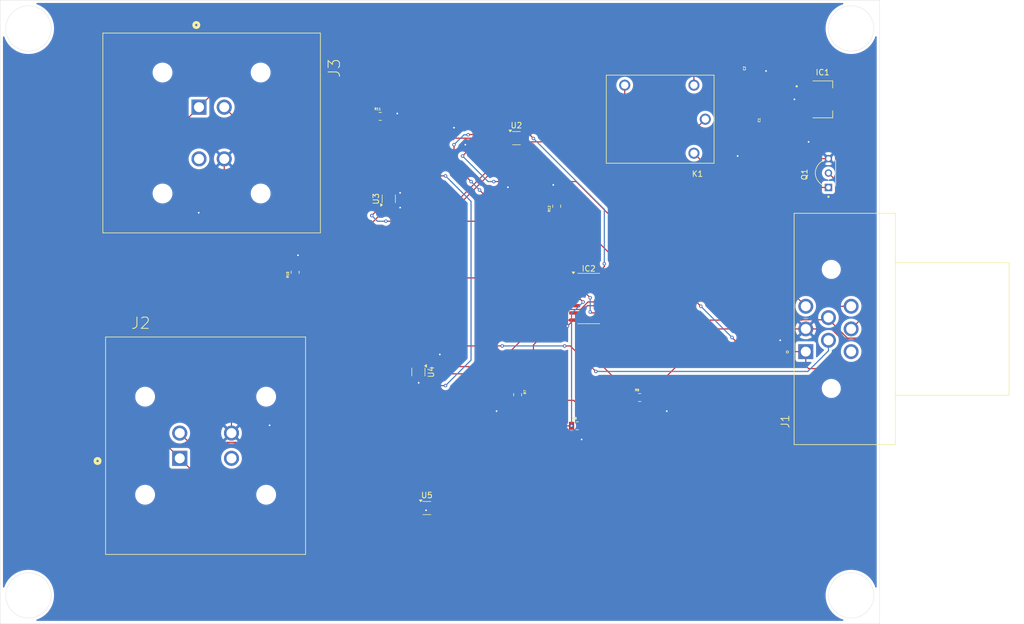
<source format=kicad_pcb>
(kicad_pcb (version 20241229) (generator "pcbnew") (generator_version "9.0")
  (layers (0 "F.Cu" signal) (2 "B.Cu" signal) (13 "F.Paste" user) (15 "B.Paste" user) (5 "F.SilkS" user "F.Silkscreen") (7 "B.SilkS" user "B.Silkscreen") (1 "F.Mask" user) (3 "B.Mask" user) (25 "Edge.Cuts" user))
  (net 0 "")
  (net 1 "+5V")
  (net 2 "Net-(U2--)")
  (net 3 "Net-(IC2-Pad1)")
  (net 4 "Net-(IC2-Pad2)")
  (net 5 "+12V")
  (net 6 "Net-(IC2-Pad5)")
  (net 7 "GND")
  (net 8 "Net-(U4-+)")
  (net 9 "Net-(IC2-Pad4)")
  (net 10 "Net-(IC2-Pad3)")
  (net 13 "Net-(IC2-Pad10)")
  (net 14 "Net-(IC2-Pad8)")
  (net 16 "Net-(J1-Pad8)")
  (net 17 "Net-(J1-Pad7)")
  (net 21 "Net-(K1-PadCOIL1)")
  (footprint "CRCW08051K00FKEA:RESC2012X50N" (layer "F.Cu") (at 128.7175 102.0965 -90)
    (property "Reference" "R7" (at -0.46 -1.3 90) (layer "F.SilkS") (effects (font (size 0.393701 0.393701))))
    (property "Value" "CRCW08051K00FKEA")
    (fp_line (start -0.22 0.7) (end 0.22 0.7) (stroke (width 0.127)) (layer "F.SilkS"))
    (fp_line (start -0.22 -0.7) (end 0.22 -0.7) (stroke (width 0.127)) (layer "F.SilkS"))
    (pad "1" smd rect (at -1 0 270) (size 0.92 1.42) (layers "F.Cu" "F.Mask" "F.Paste") (net 6 "Net-(IC2-Pad5)"))
    (pad "2" smd rect (at 1 0 270) (size 0.92 1.42) (layers "F.Cu" "F.Mask" "F.Paste") (net 7 "GND"))
  )
  (footprint "CL21A106KOQNNNE:CAPC2012X140N" (layer "F.Cu") (at 170 44.105 90)
    (property "Reference" "C2" (at -0.44 -1.3 90) (layer "F.SilkS") (effects (font (size 0.393701 0.393701))))
    (property "Value" "CL21A106KOQNNNE")
    (pad "1" smd roundrect (at -0.895 0 90) (size 1.08 1.42) (layers "F.Cu" "F.Mask" "F.Paste") (roundrect_rratio 0.125) (net 1 "+5V"))
    (pad "2" smd roundrect (at 0.895 0 90) (size 1.08 1.42) (layers "F.Cu" "F.Mask" "F.Paste") (roundrect_rratio 0.125) (net 7 "GND"))
  )
  (footprint "Package_TO_SOT_SMD:SOT-353_SC-70-5" (layer "F.Cu") (at 128.5 56.85)
    (property "Reference" "U2" (at 0 -2.25 0) (layer "F.SilkS"))
    (property "Value" "TS881ICT")
    (fp_line (start -0.71 -1.16) (end 0.7 -1.16) (stroke (width 0.12)) (layer "F.SilkS"))
    (fp_line (start -0.7 1.16) (end 0.7 1.16) (stroke (width 0.12)) (layer "F.SilkS"))
    (fp_poly (pts (xy -1.08 -1.11) (xy -1.32 -1.44) (xy -0.84 -1.44) (xy -1.08 -1.11)) (stroke (width 0.12)) (fill yes) (layer "F.SilkS"))
    (pad "1" smd roundrect (at -0.95 -0.65) (size 0.65 0.4) (layers "F.Cu" "F.Mask" "F.Paste") (net 3 "Net-(IC2-Pad1)"))
    (pad "2" smd roundrect (at -0.95 0) (size 0.65 0.4) (layers "F.Cu" "F.Mask" "F.Paste") (net 7 "GND"))
    (pad "3" smd roundrect (at -0.95 0.65) (size 0.65 0.4) (layers "F.Cu" "F.Mask" "F.Paste") (net 5 "+12V"))
    (pad "4" smd roundrect (at 0.95 0.65) (size 0.65 0.4) (layers "F.Cu" "F.Mask" "F.Paste") (net 2 "Net-(U2--)"))
    (pad "5" smd roundrect (at 0.95 -0.65) (size 0.65 0.4) (layers "F.Cu" "F.Mask" "F.Paste") (net 1 "+5V"))
  )
  (footprint "DT15-4P:TE_DT15-4P" (layer "F.Cu") (at 73.7175 111.0965)
    (property "Reference" "J2" (at -11.44235 -21.61327 0) (layer "F.SilkS") (effects (font (size 2.002157 2.002157))))
    (property "Value" "4pin brake")
    (fp_line (start -17.625 -19.175) (end -17.625 19.175) (stroke (width 0.127)) (layer "F.SilkS"))
    (fp_line (start -17.625 19.175) (end 17.625 19.175) (stroke (width 0.127)) (layer "F.SilkS"))
    (fp_line (start 17.625 -19.175) (end -17.625 -19.175) (stroke (width 0.127)) (layer "F.SilkS"))
    (fp_line (start 17.625 19.175) (end 17.625 -19.175) (stroke (width 0.127)) (layer "F.SilkS"))
    (fp_circle (center -19.05 2.7) (end -18.85 2.7) (stroke (width 0.5)) (fill no) (layer "F.SilkS"))
    (pad "" np_thru_hole circle (at -10.67 -8.645) (size 2.99 2.99) (drill 2.99) (layers "*.Cu" "*.Mask"))
    (pad "" np_thru_hole circle (at -10.67 8.655) (size 2.99 2.99) (drill 2.99) (layers "*.Cu" "*.Mask"))
    (pad "" np_thru_hole circle (at 10.67 -8.645) (size 2.99 2.99) (drill 2.99) (layers "*.Cu" "*.Mask"))
    (pad "" np_thru_hole circle (at 10.67 8.655) (size 2.99 2.99) (drill 2.99) (layers "*.Cu" "*.Mask"))
    (pad "1" thru_hole rect (at -4.56 2.225) (size 2.655 2.655) (drill 1.77) (layers "*.Cu" "*.Mask") (net 5 "+12V"))
    (pad "2" thru_hole circle (at -4.56 -2.225) (size 2.655 2.655) (drill 1.77) (layers "*.Cu" "*.Mask") (net 8 "Net-(U4-+)"))
    (pad "3" thru_hole circle (at 4.56 -2.225) (size 2.655 2.655) (drill 1.77) (layers "*.Cu" "*.Mask") (net 7 "GND"))
    (pad "4" thru_hole circle (at 4.56 2.225) (size 2.655 2.655) (drill 1.77) (layers "*.Cu" "*.Mask"))
  )
  (footprint "CRCW08051K00FKEA:RESC2012X50N" (layer "F.Cu") (at 139.2175 107.5965)
    (property "Reference" "R8" (at -0.46 -1.3 0) (layer "F.SilkS") (effects (font (size 0.393701 0.393701))))
    (property "Value" "CRCW08051K00FKEA")
    (fp_line (start -0.22 -0.7) (end 0.22 -0.7) (stroke (width 0.127)) (layer "F.SilkS"))
    (fp_line (start -0.22 0.7) (end 0.22 0.7) (stroke (width 0.127)) (layer "F.SilkS"))
    (pad "1" smd rect (at -1 0) (size 0.92 1.42) (layers "F.Cu" "F.Mask" "F.Paste") (net 9 "Net-(IC2-Pad4)"))
    (pad "2" smd rect (at 1 0) (size 0.92 1.42) (layers "F.Cu" "F.Mask" "F.Paste") (net 7 "GND"))
  )
  (footprint "2N2222A:TO92254P470H750-3" (layer "F.Cu") (at 181.17 63 90)
    (property "Reference" "Q1" (at -0.264 -1.887 90) (layer "F.SilkS"))
    (property "Value" "2N2222A")
    (fp_line (start -2.3 3.6) (end 2.3 3.6) (stroke (width 0.127)) (layer "F.SilkS"))
    (fp_arc (start 0 0) (mid 1.287564 0.405256) (end 2.2 1.4) (stroke (width 0.127)) (layer "F.SilkS"))
    (fp_arc (start -2.2 1.4) (mid -1.287564 0.405256) (end 0 0) (stroke (width 0.127)) (layer "F.SilkS"))
    (fp_circle (center -4.189 2.33) (end -4.089 2.33) (stroke (width 0.2)) (fill no) (layer "F.SilkS"))
    (pad "1" thru_hole rect (at -2.54 2.33 90) (size 1.298 1.298) (drill 0.79) (layers "*.Cu" "*.Mask") (net 21 "Net-(K1-PadCOIL1)"))
    (pad "2" thru_hole circle (at 0 2.33 90) (size 1.298 1.298) (drill 0.79) (layers "*.Cu" "*.Mask") (net 14 "Net-(IC2-Pad8)"))
    (pad "3" thru_hole circle (at 2.54 2.33 90) (size 1.298 1.298) (drill 0.79) (layers "*.Cu" "*.Mask") (net 7 "GND"))
  )
  (footprint "CRCW08051K00FKEA:RESC2012X50N" (layer "F.Cu") (at 135.6 68.85 90)
    (property "Reference" "R12" (at -0.46 -1.3 90) (layer "F.SilkS") (effects (font (size 0.393701 0.393701))))
    (property "Value" "CRCW08051K00FKEA")
    (fp_line (start -0.22 -0.7) (end 0.22 -0.7) (stroke (width 0.127)) (layer "F.SilkS"))
    (fp_line (start -0.22 0.7) (end 0.22 0.7) (stroke (width 0.127)) (layer "F.SilkS"))
    (pad "1" smd rect (at -1 0 90) (size 0.92 1.42) (layers "F.Cu" "F.Mask" "F.Paste") (net 3 "Net-(IC2-Pad1)"))
    (pad "2" smd rect (at 1 0 90) (size 0.92 1.42) (layers "F.Cu" "F.Mask" "F.Paste") (net 7 "GND"))
  )
  (footprint "Package_TO_SOT_SMD:SOT-353_SC-70-5" (layer "F.Cu") (at 106 67.55 90)
    (property "Reference" "U3" (at 0 -2.25 90) (layer "F.SilkS"))
    (property "Value" "TS881ICT")
    (fp_line (start -0.71 -1.16) (end 0.7 -1.16) (stroke (width 0.12)) (layer "F.SilkS"))
    (fp_line (start -0.7 1.16) (end 0.7 1.16) (stroke (width 0.12)) (layer "F.SilkS"))
    (fp_poly (pts (xy -1.08 -1.11) (xy -1.32 -1.44) (xy -0.84 -1.44) (xy -1.08 -1.11)) (stroke (width 0.12)) (fill yes) (layer "F.SilkS"))
    (pad "1" smd roundrect (at -0.95 -0.65 90) (size 0.65 0.4) (layers "F.Cu" "F.Mask" "F.Paste") (net 4 "Net-(IC2-Pad2)"))
    (pad "2" smd roundrect (at -0.95 0 90) (size 0.65 0.4) (layers "F.Cu" "F.Mask" "F.Paste") (net 7 "GND"))
    (pad "3" smd roundrect (at -0.95 0.65 90) (size 0.65 0.4) (layers "F.Cu" "F.Mask" "F.Paste") (net 2 "Net-(U2--)"))
    (pad "4" smd roundrect (at 0.95 0.65 90) (size 0.65 0.4) (layers "F.Cu" "F.Mask" "F.Paste") (net 7 "GND"))
    (pad "5" smd roundrect (at 0.95 -0.65 90) (size 0.65 0.4) (layers "F.Cu" "F.Mask" "F.Paste") (net 1 "+5V"))
  )
  (footprint "J107F1AS123VDC.36:RELAY_J107F1AS123VDC.36" (layer "F.Cu") (at 153.84 53.5 180)
    (property "Reference" "K1" (at -6.575 -9.65 0) (layer "F.SilkS"))
    (property "Value" "J107F1AS123VDC.36")
    (fp_line (start 9.5 7.765) (end 9.5 -7.765) (stroke (width 0.127)) (layer "F.SilkS"))
    (fp_line (start 9.5 -7.765) (end -9.5 -7.765) (stroke (width 0.127)) (layer "F.SilkS"))
    (fp_line (start -9.5 7.765) (end 9.5 7.765) (stroke (width 0.127)) (layer "F.SilkS"))
    (fp_line (start -9.5 -7.765) (end -9.5 7.765) (stroke (width 0.127)) (layer "F.SilkS"))
    (pad "COIL1" thru_hole circle (at -5.95 -6 180) (size 1.95 1.95) (drill 1.3) (layers "*.Cu" "*.Mask") (net 21 "Net-(K1-PadCOIL1)"))
    (pad "COIL2" thru_hole circle (at -5.95 6 180) (size 1.95 1.95) (drill 1.3) (layers "*.Cu" "*.Mask") (net 1 "+5V"))
    (pad "COM" thru_hole circle (at -7.95 0 180) (size 1.95 1.95) (drill 1.3) (layers "*.Cu" "*.Mask") (net 17 "Net-(J1-Pad7)"))
    (pad "NO" thru_hole circle (at 6.25 6 180) (size 1.95 1.95) (drill 1.3) (layers "*.Cu" "*.Mask") (net 16 "Net-(J1-Pad8)"))
  )
  (footprint "DT15-4P:TE_DT15-4P" (layer "F.Cu") (at 74.775 55.94 -90)
    (property "Reference" "J3" (at -11.44235 -21.61327 90) (layer "F.SilkS") (effects (font (size 2.002157 2.002157))))
    (property "Value" "4pin throttle")
    (fp_line (start -17.625 19.175) (end 17.625 19.175) (stroke (width 0.127)) (layer "F.SilkS"))
    (fp_line (start 17.625 19.175) (end 17.625 -19.175) (stroke (width 0.127)) (layer "F.SilkS"))
    (fp_line (start -17.625 -19.175) (end -17.625 19.175) (stroke (width 0.127)) (layer "F.SilkS"))
    (fp_line (start 17.625 -19.175) (end -17.625 -19.175) (stroke (width 0.127)) (layer "F.SilkS"))
    (fp_circle (center -19.05 2.7) (end -18.85 2.7) (stroke (width 0.5)) (fill no) (layer "F.SilkS"))
    (pad "" np_thru_hole circle (at -10.67 -8.645 270) (size 2.99 2.99) (drill 2.99) (layers "*.Cu" "*.Mask"))
    (pad "" np_thru_hole circle (at -10.67 8.655 270) (size 2.99 2.99) (drill 2.99) (layers "*.Cu" "*.Mask"))
    (pad "" np_thru_hole circle (at 10.67 -8.645 270) (size 2.99 2.99) (drill 2.99) (layers "*.Cu" "*.Mask"))
    (pad "" np_thru_hole circle (at 10.67 8.655 270) (size 2.99 2.99) (drill 2.99) (layers "*.Cu" "*.Mask"))
    (pad "1" thru_hole rect (at -4.56 2.225 270) (size 2.655 2.655) (drill 1.77) (layers "*.Cu" "*.Mask") (net 5 "+12V"))
    (pad "2" thru_hole circle (at -4.56 -2.225 270) (size 2.655 2.655) (drill 1.77) (layers "*.Cu" "*.Mask") (net 2 "Net-(U2--)"))
    (pad "3" thru_hole circle (at 4.56 -2.225 270) (size 2.655 2.655) (drill 1.77) (layers "*.Cu" "*.Mask") (net 7 "GND"))
    (pad "4" thru_hole circle (at 4.56 2.225 270) (size 2.655 2.655) (drill 1.77) (layers "*.Cu" "*.Mask"))
  )
  (footprint "Package_SO:SOIC-14_3.9x8.7mm_P1.27mm" (layer "F.Cu") (at 141.2425 85.1365)
    (property "Reference" "IC2" (at 0 -5.28 0) (layer "F.SilkS"))
    (property "Value" "HEF4081BT,653")
    (fp_line (start 0 -4.435) (end -1.95 -4.435) (stroke (width 0.12)) (layer "F.SilkS"))
    (fp_line (start 0 -4.435) (end 1.95 -4.435) (stroke (width 0.12)) (layer "F.SilkS"))
    (fp_line (start 0 4.435) (end -1.95 4.435) (stroke (width 0.12)) (layer "F.SilkS"))
    (fp_line (start 0 4.435) (end 1.95 4.435) (stroke (width 0.12)) (layer "F.SilkS"))
    (fp_poly (pts (xy -2.7 -4.37) (xy -2.94 -4.7) (xy -2.46 -4.7)) (stroke (width 0.12)) (fill yes) (layer "F.SilkS"))
    (pad "1" smd roundrect (at -2.475 -3.81) (size 1.95 0.6) (layers "F.Cu" "F.Mask" "F.Paste") (net 3 "Net-(IC2-Pad1)"))
    (pad "2" smd roundrect (at -2.475 -2.54) (size 1.95 0.6) (layers "F.Cu" "F.Mask" "F.Paste") (net 4 "Net-(IC2-Pad2)"))
    (pad "3" smd roundrect (at -2.475 -1.27) (size 1.95 0.6) (layers "F.Cu" "F.Mask" "F.Paste") (net 10 "Net-(IC2-Pad3)"))
    (pad "4" smd roundrect (at -2.475 0) (size 1.95 0.6) (layers "F.Cu" "F.Mask" "F.Paste") (net 9 "Net-(IC2-Pad4)"))
    (pad "5" smd roundrect (at -2.475 1.27) (size 1.95 0.6) (layers "F.Cu" "F.Mask" "F.Paste") (net 6 "Net-(IC2-Pad5)"))
    (pad "6" smd roundrect (at -2.475 2.54) (size 1.95 0.6) (layers "F.Cu" "F.Mask" "F.Paste") (net 13 "Net-(IC2-Pad10)"))
    (pad "7" smd roundrect (at -2.475 3.81) (size 1.95 0.6) (layers "F.Cu" "F.Mask" "F.Paste") (net 7 "GND"))
    (pad "8" smd roundrect (at 2.475 3.81) (size 1.95 0.6) (layers "F.Cu" "F.Mask" "F.Paste") (net 14 "Net-(IC2-Pad8)"))
    (pad "9" smd roundrect (at 2.475 2.54) (size 1.95 0.6) (layers "F.Cu" "F.Mask" "F.Paste") (net 10 "Net-(IC2-Pad3)"))
    (pad "10" smd roundrect (at 2.475 1.27) (size 1.95 0.6) (layers "F.Cu" "F.Mask" "F.Paste") (net 13 "Net-(IC2-Pad10)"))
    (pad "11" smd roundrect (at 2.475 0) (size 1.95 0.6) (layers "F.Cu" "F.Mask" "F.Paste"))
    (pad "12" smd roundrect (at 2.475 -1.27) (size 1.95 0.6) (layers "F.Cu" "F.Mask" "F.Paste"))
    (pad "13" smd roundrect (at 2.475 -2.54) (size 1.95 0.6) (layers "F.Cu" "F.Mask" "F.Paste"))
    (pad "14" smd roundrect (at 2.475 -3.81) (size 1.95 0.6) (layers "F.Cu" "F.Mask" "F.Paste") (net 1 "+5V"))
  )
  (footprint "Package_TO_SOT_SMD:SOT-353_SC-70-5" (layer "F.Cu") (at 112.7175 122.0965)
    (property "Reference" "U5" (at 0 -2.25 0) (layer "F.SilkS"))
    (property "Value" "TS881ICT")
    (fp_line (start -0.71 -1.16) (end 0.7 -1.16) (stroke (width 0.12)) (layer "F.SilkS"))
    (fp_line (start -0.7 1.16) (end 0.7 1.16) (stroke (width 0.12)) (layer "F.SilkS"))
    (fp_poly (pts (xy -1.08 -1.11) (xy -1.32 -1.44) (xy -0.84 -1.44) (xy -1.08 -1.11)) (stroke (width 0.12)) (fill yes) (layer "F.SilkS"))
    (pad "1" smd roundrect (at -0.95 -0.65) (size 0.65 0.4) (layers "F.Cu" "F.Mask" "F.Paste") (net 9 "Net-(IC2-Pad4)"))
    (pad "2" smd roundrect (at -0.95 0) (size 0.65 0.4) (layers "F.Cu" "F.Mask" "F.Paste") (net 7 "GND"))
    (pad "3" smd roundrect (at -0.95 0.65) (size 0.65 0.4) (layers "F.Cu" "F.Mask" "F.Paste") (net 8 "Net-(U4-+)"))
    (pad "4" smd roundrect (at 0.95 0.65) (size 0.65 0.4) (layers "F.Cu" "F.Mask" "F.Paste") (net 5 "+12V"))
    (pad "5" smd roundrect (at 0.95 -0.65) (size 0.65 0.4) (layers "F.Cu" "F.Mask" "F.Paste") (net 1 "+5V"))
  )
  (footprint "Package_TO_SOT_SMD:SOT-353_SC-70-5" (layer "F.Cu") (at 111.2175 98.0965 -90)
    (property "Reference" "U4" (at 0 -2.25 90) (layer "F.SilkS"))
    (property "Value" "TS881ICT")
    (fp_line (start -0.7 1.16) (end 0.7 1.16) (stroke (width 0.12)) (layer "F.SilkS"))
    (fp_line (start -0.71 -1.16) (end 0.7 -1.16) (stroke (width 0.12)) (layer "F.SilkS"))
    (fp_poly (pts (xy -1.08 -1.11) (xy -1.32 -1.44) (xy -0.84 -1.44) (xy -1.08 -1.11)) (stroke (width 0.12)) (fill yes) (layer "F.SilkS"))
    (pad "1" smd roundrect (at -0.95 -0.65 270) (size 0.65 0.4) (layers "F.Cu" "F.Mask" "F.Paste") (net 6 "Net-(IC2-Pad5)"))
    (pad "2" smd roundrect (at -0.95 0 270) (size 0.65 0.4) (layers "F.Cu" "F.Mask" "F.Paste") (net 7 "GND"))
    (pad "3" smd roundrect (at -0.95 0.65 270) (size 0.65 0.4) (layers "F.Cu" "F.Mask" "F.Paste") (net 8 "Net-(U4-+)"))
    (pad "4" smd roundrect (at 0.95 0.65 270) (size 0.65 0.4) (layers "F.Cu" "F.Mask" "F.Paste") (net 7 "GND"))
    (pad "5" smd roundrect (at 0.95 -0.65 270) (size 0.65 0.4) (layers "F.Cu" "F.Mask" "F.Paste") (net 1 "+5V"))
  )
  (footprint "REG1117-5:SOT230P700X180-4N" (layer "F.Cu") (at 182.5 50)
    (property "Reference" "IC1" (at -0.025 -4.754 0) (layer "F.SilkS"))
    (property "Value" "REG1117-5")
    (fp_line (start -1.75 -3.25) (end 1.75 -3.25) (stroke (width 0.127)) (layer "F.SilkS"))
    (fp_line (start -1.75 3.25) (end 1.75 3.25) (stroke (width 0.127)) (layer "F.SilkS"))
    (fp_line (start 1.75 -3.25) (end 1.75 -2.01) (stroke (width 0.127)) (layer "F.SilkS"))
    (fp_line (start 1.75 3.25) (end 1.75 2.01) (stroke (width 0.127)) (layer "F.SilkS"))
    (fp_circle (center -4.6 -2.3) (end -4.5 -2.3) (stroke (width 0.2)) (fill no) (layer "F.SilkS"))
    (pad "1" smd rect (at -2.9 -2.3) (size 2.15 0.95) (layers "F.Cu" "F.Mask" "F.Paste") (net 7 "GND"))
    (pad "2" smd rect (at -2.9 0) (size 2.15 0.95) (layers "F.Cu" "F.Mask" "F.Paste") (net 1 "+5V"))
    (pad "2" smd rect (at 2.9 0) (size 2.15 3.25) (layers "F.Cu" "F.Mask" "F.Paste") (net 1 "+5V"))
    (pad "3" smd rect (at -2.9 2.3) (size 2.15 0.95) (layers "F.Cu" "F.Mask" "F.Paste") (net 5 "+12V"))
  )
  (footprint "CRCW08051K00FKEA:RESC2012X50N" (layer "F.Cu") (at 104.5 53)
    (property "Reference" "R11" (at -0.46 -1.3 0) (layer "F.SilkS") (effects (font (size 0.393701 0.393701))))
    (property "Value" "CRCW08051K00FKEA")
    (fp_line (start -0.22 -0.7) (end 0.22 -0.7) (stroke (width 0.127)) (layer "F.SilkS"))
    (fp_line (start -0.22 0.7) (end 0.22 0.7) (stroke (width 0.127)) (layer "F.SilkS"))
    (pad "1" smd rect (at -1 0) (size 0.92 1.42) (layers "F.Cu" "F.Mask" "F.Paste") (net 4 "Net-(IC2-Pad2)"))
    (pad "2" smd rect (at 1 0) (size 0.92 1.42) (layers "F.Cu" "F.Mask" "F.Paste") (net 7 "GND"))
  )
  (footprint "CRCW08051K00FKEA:RESC2012X50N" (layer "F.Cu") (at 89.5 80.5 90)
    (property "Reference" "R10" (at -0.46 -1.3 90) (layer "F.SilkS") (effects (font (size 0.393701 0.393701))))
    (property "Value" "CRCW08051K00FKEA")
    (fp_line (start -0.22 -0.7) (end 0.22 -0.7) (stroke (width 0.127)) (layer "F.SilkS"))
    (fp_line (start -0.22 0.7) (end 0.22 0.7) (stroke (width 0.127)) (layer "F.SilkS"))
    (pad "1" smd rect (at -1 0 90) (size 0.92 1.42) (layers "F.Cu" "F.Mask" "F.Paste") (net 10 "Net-(IC2-Pad3)"))
    (pad "2" smd rect (at 1 0 90) (size 0.92 1.42) (layers "F.Cu" "F.Mask" "F.Paste") (net 7 "GND"))
  )
  (footprint "776280-1:TE_776280-1" (layer "F.Cu") (at 183.5 90.5 90)
    (property "Reference" "J1" (at -16.330125 -7.631985 90) (layer "F.SilkS") (effects (font (size 1.417504 1.417504))))
    (property "Value" "776280-1")
    (fp_line (start 20.4 -6.05) (end -20.4 -6.05) (stroke (width 0.127)) (layer "F.SilkS"))
    (fp_line (start -20.4 -6.05) (end -20.4 11.8) (stroke (width 0.127)) (layer "F.SilkS"))
    (fp_line (start 20.4 11.8) (end 20.4 -6.05) (stroke (width 0.127)) (layer "F.SilkS"))
    (fp_line (start 11.7 11.8) (end 20.4 11.8) (stroke (width 0.127)) (layer "F.SilkS"))
    (fp_line (start -11.7 11.8) (end 11.7 11.8) (stroke (width 0.127)) (layer "F.SilkS"))
    (fp_line (start -11.7 11.8) (end -11.7 31.85) (stroke (width 0.127)) (layer "F.SilkS"))
    (fp_line (start -20.4 11.8) (end -11.7 11.8) (stroke (width 0.127)) (layer "F.SilkS"))
    (fp_line (start 11.7 31.85) (end 11.7 11.8) (stroke (width 0.127)) (layer "F.SilkS"))
    (fp_line (start -11.7 31.85) (end 11.7 31.85) (stroke (width 0.127)) (layer "F.SilkS"))
    (fp_circle (center -4.064 -7.239) (end -3.864 -7.239) (stroke (width 0.127)) (fill no) (layer "F.SilkS"))
    (pad "" np_thru_hole circle (at -10.5 0.5 90) (size 2.85 2.85) (drill 2.85) (layers "*.Cu" "*.Mask"))
    (pad "" np_thru_hole circle (at 10.5 0.5 90) (size 2.85 2.85) (drill 2.85) (layers "*.Cu" "*.Mask"))
    (pad "1" thru_hole rect (at -4 -4 90) (size 2.625 2.625) (drill 1.75) (layers "*.Cu" "*.Mask") (net 5 "+12V"))
    (pad "2" thru_hole circle (at 0 -4 90) (size 2.625 2.625) (drill 1.75) (layers "*.Cu" "*.Mask") (net 7 "GND"))
    (pad "3" thru_hole circle (at 4 -4 90) (size 2.625 2.625) (drill 1.75) (layers "*.Cu" "*.Mask") (net 2 "Net-(U2--)"))
    (pad "4" thru_hole circle (at -2 0 90) (size 2.625 2.625) (drill 1.75) (layers "*.Cu" "*.Mask") (net 8 "Net-(U4-+)"))
    (pad "5" thru_hole circle (at 2 0 90) (size 2.625 2.625) (drill 1.75) (layers "*.Cu" "*.Mask") (net 14 "Net-(IC2-Pad8)"))
    (pad "6" thru_hole circle (at -4 4 90) (size 2.625 2.625) (drill 1.75) (layers "*.Cu" "*.Mask"))
    (pad "7" thru_hole circle (at 0 4 90) (size 2.625 2.625) (drill 1.75) (layers "*.Cu" "*.Mask") (net 17 "Net-(J1-Pad7)"))
    (pad "8" thru_hole circle (at 4 4 90) (size 2.625 2.625) (drill 1.75) (layers "*.Cu" "*.Mask") (net 16 "Net-(J1-Pad8)"))
  )
  (footprint "CL21A106KOQNNNE:CAPC2012X140N" (layer "F.Cu") (at 170 54.1 -90)
    (property "Reference" "C1" (at -0.44 -1.3 90) (layer "F.SilkS") (effects (font (size 0.393701 0.393701))))
    (property "Value" "CL21A106KOQNNNE")
    (pad "1" smd roundrect (at -0.895 0 270) (size 1.08 1.42) (layers "F.Cu" "F.Mask" "F.Paste") (roundrect_rratio 0.125) (net 5 "+12V"))
    (pad "2" smd roundrect (at 0.895 0 270) (size 1.08 1.42) (layers "F.Cu" "F.Mask" "F.Paste") (roundrect_rratio 0.125) (net 7 "GND"))
  )
  (footprint "CRCW08051K00FKEA:RESC2012X50N" (layer "F.Cu") (at 150.2175 102.5965)
    (property "Reference" "R9" (at -0.46 -1.3 0) (layer "F.SilkS") (effects (font (size 0.393701 0.393701))))
    (property "Value" "CRCW08051K00FKEA")
    (fp_line (start -0.22 -0.7) (end 0.22 -0.7) (stroke (width 0.127)) (layer "F.SilkS"))
    (fp_line (start -0.22 0.7) (end 0.22 0.7) (stroke (width 0.127)) (layer "F.SilkS"))
    (pad "1" smd rect (at -1 0) (size 0.92 1.42) (layers "F.Cu" "F.Mask" "F.Paste") (net 13 "Net-(IC2-Pad10)"))
    (pad "2" smd rect (at 1 0) (size 0.92 1.42) (layers "F.Cu" "F.Mask" "F.Paste") (net 7 "GND"))
  )
  (gr_circle (center 187.5 137.5) (end 191.5 137.5) (stroke (width 0.05)) (fill no) (layer "Edge.Cuts"))
  (gr_line (start 192.5 32.5) (end 192.5 142.5) (stroke (width 0.05)) (layer "Edge.Cuts"))
  (gr_circle (center 187.5 37.5) (end 191.5 37.5) (stroke (width 0.05)) (fill no) (layer "Edge.Cuts"))
  (gr_circle (center 42.5 37.5) (end 46.5 37.5) (stroke (width 0.05)) (fill no) (layer "Edge.Cuts"))
  (gr_line (start 37.5 142.5) (end 117.5 142.5) (stroke (width 0.05)) (layer "Edge.Cuts"))
  (gr_line (start 37.5 32.5) (end 37.5 142.5) (stroke (width 0.05)) (layer "Edge.Cuts"))
  (gr_line (start 117.5 142.5) (end 192.5 142.5) (stroke (width 0.05)) (layer "Edge.Cuts"))
  (gr_line (start 192.5 32.5) (end 37.5 32.5) (stroke (width 0.05)) (layer "Edge.Cuts"))
  (gr_circle (center 42.5 137.5) (end 46.5 137.5) (stroke (width 0.05)) (fill no) (layer "Edge.Cuts"))
  (segment (start 170 45) (end 168.989 43.989) (width 0.2) (layer "F.Cu") (net 1))
  (segment (start 159.79 47.5) (end 159.79 45.29) (width 0.2) (layer "F.Cu") (net 1))
  (segment (start 111.8675 99.0465) (end 113.321 100.5) (width 0.2) (layer "F.Cu") (net 1))
  (segment (start 160.08 45) (end 159.79 45.29) (width 0.2) (layer "F.Cu") (net 1))
  (segment (start 176.421 42.369) (end 180.976 46.924) (width 0.2) (layer "F.Cu") (net 1))
  (segment (start 169.24066 42.369) (end 176.421 42.369) (width 0.2) (layer "F.Cu") (net 1))
  (segment (start 157 42.5) (end 139.5 42.5) (width 0.2) (layer "F.Cu") (net 1))
  (segment (start 112 63.5) (end 108.5 67) (width 0.2) (layer "F.Cu") (net 1))
  (segment (start 132 45) (end 132 55.2) (width 0.2) (layer "F.Cu") (net 1))
  (segment (start 131 56.4) (end 131.5 56.9) (width 0.2) (layer "F.Cu") (net 1))
  (segment (start 108.5 67.226) (end 106.38113 67.226) (width 0.2) (layer "F.Cu") (net 1))
  (segment (start 131 56.2) (end 129.45 56.2) (width 0.2) (layer "F.Cu") (net 1))
  (segment (start 108.5 67) (end 108.5 67.226) (width 0.2) (layer "F.Cu") (net 1))
  (segment (start 129.45 56.55) (end 118.774 67.226) (width 0.2) (layer "F.Cu") (net 1))
  (segment (start 131 56.2) (end 131 56.4) (width 0.2) (layer "F.Cu") (net 1))
  (segment (start 111.8675 119.6465) (end 113.6675 121.4465) (width 0.2) (layer "F.Cu") (net 1))
  (segment (start 144 79.5) (end 143.7175 79.7825) (width 0.2) (layer "F.Cu") (net 1))
  (segment (start 113.321 100.5) (end 116 100.5) (width 0.2) (layer "F.Cu") (net 1))
  (segment (start 179.6 50) (end 185.4 50) (width 0.2) (layer "F.Cu") (net 1))
  (segment (start 132 55.2) (end 131 56.2) (width 0.2) (layer "F.Cu") (net 1))
  (segment (start 106.38113 67.226) (end 105.75513 66.6) (width 0.2) (layer "F.Cu") (net 1))
  (segment (start 168.989 42.62066) (end 169.24066 42.369) (width 0.2) (layer "F.Cu") (net 1))
  (segment (start 134.5 42.5) (end 132 45) (width 0.2) (layer "F.Cu") (net 1))
  (segment (start 170 45) (end 160.08 45) (width 0.2) (layer "F.Cu") (net 1))
  (segment (start 180.976 48.624) (end 179.6 50) (width 0.2) (layer "F.Cu") (net 1))
  (segment (start 139.5 42.5) (end 134.5 42.5) (width 0.2) (layer "F.Cu") (net 1))
  (segment (start 180.976 46.924) (end 180.976 48.624) (width 0.2) (layer "F.Cu") (net 1))
  (segment (start 159.79 45.29) (end 157 42.5) (width 0.2) (layer "F.Cu") (net 1))
  (segment (start 168.989 43.989) (end 168.989 42.62066) (width 0.2) (layer "F.Cu") (net 1))
  (segment (start 118.774 67.226) (end 108.5 67.226) (width 0.2) (layer "F.Cu") (net 1))
  (segment (start 144 79) (end 144 79.5) (width 0.2) (layer "F.Cu") (net 1))
  (segment (start 111.8675 99.0465) (end 111.8675 119.6465) (width 0.2) (layer "F.Cu") (net 1))
  (segment (start 129.45 56.2) (end 129.45 56.55) (width 0.2) (layer "F.Cu") (net 1))
  (segment (start 143.7175 79.7825) (end 143.7175 81.3265) (width 0.2) (layer "F.Cu") (net 1))
  (segment (start 116 63.5) (end 112 63.5) (width 0.2) (layer "F.Cu") (net 1))
  (segment (start 105.75513 66.6) (end 105.35 66.6) (width 0.2) (layer "F.Cu") (net 1))
  (via (at 116 63.5) (size 0.6) (drill 0.3) (layers "F.Cu" "B.Cu") (net 1))
  (via (at 116 100.5) (size 0.6) (drill 0.3) (layers "F.Cu" "B.Cu") (net 1))
  (via (at 144 79) (size 0.6) (drill 0.3) (layers "F.Cu" "B.Cu") (net 1))
  (via (at 131.5 56.9) (size 0.6) (drill 0.3) (layers "F.Cu" "B.Cu") (net 1))
  (segment (start 144 69.4) (end 144 79) (width 0.2) (layer "B.Cu") (net 1))
  (segment (start 116 100.5) (end 120.5 96) (width 0.2) (layer "B.Cu") (net 1))
  (segment (start 120.5 68) (end 116 63.5) (width 0.2) (layer "B.Cu") (net 1))
  (segment (start 131.5 56.9) (end 144 69.4) (width 0.2) (layer "B.Cu") (net 1))
  (segment (start 120.5 96) (end 120.5 68) (width 0.2) (layer "B.Cu") (net 1))
  (segment (start 137 57.5) (end 129.45 57.5) (width 0.2) (layer "F.Cu") (net 2))
  (segment (start 106.21503 67.627) (end 106.65 67.627) (width 0.2) (layer "F.Cu") (net 2))
  (segment (start 77 51.38) (end 93.12 67.5) (width 0.2) (layer "F.Cu") (net 2))
  (segment (start 179.5 86.5) (end 158 65) (width 0.2) (layer "F.Cu") (net 2))
  (segment (start 106.65 68.5) (end 118.45 68.5) (width 0.2) (layer "F.Cu") (net 2))
  (segment (start 118.45 68.5) (end 129.45 57.5) (width 0.2) (layer "F.Cu") (net 2))
  (segment (start 93.12 67.5) (end 106.08803 67.5) (width 0.2) (layer "F.Cu") (net 2))
  (segment (start 158 65) (end 144.5 65) (width 0.2) (layer "F.Cu") (net 2))
  (segment (start 144.5 65) (end 137 57.5) (width 0.2) (layer "F.Cu") (net 2))
  (segment (start 106.65 67.627) (end 106.65 68.5) (width 0.2) (layer "F.Cu") (net 2))
  (segment (start 106.08803 67.5) (end 106.21503 67.627) (width 0.2) (layer "F.Cu") (net 2))
  (segment (start 135.6 71.1) (end 138.7675 74.2675) (width 0.2) (layer "F.Cu") (net 3))
  (segment (start 117.5 61.5) (end 117.5 58) (width 0.2) (layer "F.Cu") (net 3))
  (segment (start 135.6 69.85) (end 125.85 69.85) (width 0.2) (layer "F.Cu") (net 3))
  (segment (start 120.5 64.5) (end 117.5 61.5) (width 0.2) (layer "F.Cu") (net 3))
  (segment (start 135.6 69.85) (end 135.6 71.1) (width 0.2) (layer "F.Cu") (net 3))
  (segment (start 125.85 69.85) (end 122 66) (width 0.2) (layer "F.Cu") (net 3))
  (segment (start 120 56.25) (end 120.05 56.2) (width 0.2) (layer "F.Cu") (net 3))
  (segment (start 138.7675 74.2675) (end 138.7675 81.3265) (width 0.2) (layer "F.Cu") (net 3))
  (segment (start 120.05 56.2) (end 127.55 56.2) (width 0.2) (layer "F.Cu") (net 3))
  (via (at 120.5 64.5) (size 0.6) (drill 0.3) (layers "F.Cu" "B.Cu") (net 3))
  (via (at 122 66) (size 0.6) (drill 0.3) (layers "F.Cu" "B.Cu") (net 3))
  (via (at 117.5 58) (size 0.6) (drill 0.3) (layers "F.Cu" "B.Cu") (net 3))
  (via (at 120 56.25) (size 0.6) (drill 0.3) (layers "F.Cu" "B.Cu") (net 3))
  (segment (start 117.5 58) (end 119.25 56.25) (width 0.2) (layer "B.Cu") (net 3))
  (segment (start 119.25 56.25) (end 120 56.25) (width 0.2) (layer "B.Cu") (net 3))
  (segment (start 122 66) (end 120.5 64.5) (width 0.2) (layer "B.Cu") (net 3))
  (segment (start 126.696001 71.5) (end 137.792501 82.5965) (width 0.2) (layer "F.Cu") (net 4))
  (segment (start 105.35 68.5) (end 91 68.5) (width 0.2) (layer "F.Cu") (net 4))
  (segment (start 75 52.5) (end 75 50) (width 0.2) (layer "F.Cu") (net 4))
  (segment (start 105.35 68.5) (end 105 68.5) (width 0.2) (layer "F.Cu") (net 4))
  (segment (start 75.5 49.5) (end 100 49.5) (width 0.2) (layer "F.Cu") (net 4))
  (segment (start 105 68.5) (end 103 70.5) (width 0.2) (layer "F.Cu") (net 4))
  (segment (start 100 49.5) (end 103.5 53) (width 0.2) (layer "F.Cu") (net 4))
  (segment (start 75 50) (end 75.5 49.5) (width 0.2) (layer "F.Cu") (net 4))
  (segment (start 105.5 71.5) (end 126.696001 71.5) (width 0.2) (layer "F.Cu") (net 4))
  (segment (start 137.792501 82.5965) (end 138.7675 82.5965) (width 0.2) (layer "F.Cu") (net 4))
  (segment (start 91 68.5) (end 75 52.5) (width 0.2) (layer "F.Cu") (net 4))
  (via (at 105.5 71.5) (size 0.6) (drill 0.3) (layers "F.Cu" "B.Cu") (net 4))
  (via (at 103 70.5) (size 0.6) (drill 0.3) (layers "F.Cu" "B.Cu") (net 4))
  (segment (start 103 70.5) (end 104 71.5) (width 0.2) (layer "B.Cu") (net 4))
  (segment (start 104 71.5) (end 105.5 71.5) (width 0.2) (layer "B.Cu") (net 4))
  (segment (start 179.5 94.5) (end 179.5 97) (width 0.2) (layer "F.Cu") (net 5))
  (segment (start 179.6 52.3) (end 170.905 52.3) (width 0.2) (layer "F.Cu") (net 5))
  (segment (start 179.5 94.5) (end 169 94.5) (width 0.2) (layer "F.Cu") (net 5))
  (segment (start 170.905 52.3) (end 170 53.205) (width 0.2) (layer "F.Cu") (net 5))
  (segment (start 128.5 56.874999) (end 127.874999 57.5) (width 0.2) (layer "F.Cu") (net 5))
  (segment (start 169 94.5) (end 166.5 92) (width 0.2) (layer "F.Cu") (net 5))
  (segment (start 72.55 51.38) (end 61.2015 62.7285) (width 0.2) (layer "F.Cu") (net 5))
  (segment (start 75.43 48.5) (end 124.5 48.5) (width 0.2) (layer "F.Cu") (net 5))
  (segment (start 190 97.5) (end 190 93.0211) (width 0.2) (layer "F.Cu") (net 5))
  (segment (start 139 64.5) (end 124.5 64.5) (width 0.2) (layer "F.Cu") (net 5))
  (segment (start 127.874999 57.5) (end 127.55 57.5) (width 0.2) (layer "F.Cu") (net 5))
  (segment (start 79.0835 123.2475) (end 113.1665 123.2475) (width 0.2) (layer "F.Cu") (net 5))
  (segment (start 61.2015 105.3655) (end 69.1575 113.3215) (width 0.2) (layer "F.Cu") (net 5))
  (segment (start 179.5 97) (end 180 97.5) (width 0.2) (layer "F.Cu") (net 5))
  (segment (start 128.5 52.5) (end 128.5 56.874999) (width 0.2) (layer "F.Cu") (net 5))
  (segment (start 69.1575 113.3215) (end 79.0835 123.2475) (width 0.2) (layer "F.Cu") (net 5))
  (segment (start 124.5 48.5) (end 128.5 52.5) (width 0.2) (layer "F.Cu") (net 5))
  (segment (start 119 60) (end 121.5 57.5) (width 0.2) (layer "F.Cu") (net 5))
  (segment (start 121.5 57.5) (end 127.55 57.5) (width 0.2) (layer "F.Cu") (net 5))
  (segment (start 161 86.5) (end 139 64.5) (width 0.2) (layer "F.Cu") (net 5))
  (segment (start 180 97.5) (end 190 97.5) (width 0.2) (layer "F.Cu") (net 5))
  (segment (start 72.55 51.38) (end 75.43 48.5) (width 0.2) (layer "F.Cu") (net 5))
  (segment (start 190 93.0211) (end 191.203 91.8181) (width 0.2) (layer "F.Cu") (net 5))
  (segment (start 113.1665 123.2475) (end 113.6675 122.7465) (width 0.2) (layer "F.Cu") (net 5))
  (segment (start 191.203 63.903) (end 179.6 52.3) (width 0.2) (layer "F.Cu") (net 5))
  (segment (start 61.2015 62.7285) (end 61.2015 105.3655) (width 0.2) (layer "F.Cu") (net 5))
  (segment (start 191.203 91.8181) (end 191.203 63.903) (width 0.2) (layer "F.Cu") (net 5))
  (via (at 161 86.5) (size 0.6) (drill 0.3) (layers "F.Cu" "B.Cu") (net 5))
  (via (at 124.5 64.5) (size 0.6) (drill 0.3) (layers "F.Cu" "B.Cu") (net 5))
  (via (at 119 60) (size 0.6) (drill 0.3) (layers "F.Cu" "B.Cu") (net 5))
  (via (at 166.5 92) (size 0.6) (drill 0.3) (layers "F.Cu" "B.Cu") (net 5))
  (segment (start 123.5 64.5) (end 119 60) (width 0.2) (layer "B.Cu") (net 5))
  (segment (start 124.5 64.5) (end 123.5 64.5) (width 0.2) (layer "B.Cu") (net 5))
  (segment (start 166.5 92) (end 161 86.5) (width 0.2) (layer "B.Cu") (net 5))
  (segment (start 124.7675 97.1465) (end 124.7175 97.1465) (width 0.2) (layer "F.Cu") (net 6))
  (segment (start 128.7175 101.0965) (end 124.7675 97.1465) (width 0.2) (layer "F.Cu") (net 6))
  (segment (start 111.8675 97.1465) (end 124.7175 97.1465) (width 0.2) (layer "F.Cu") (net 6))
  (segment (start 124.7175 97.1465) (end 135.4575 86.4065) (width 0.2) (layer "F.Cu") (net 6))
  (segment (start 135.4575 86.4065) (end 138.7675 86.4065) (width 0.2) (layer "F.Cu") (net 6))
  (segment (start 106.65 54.15) (end 106.65 65.5) (width 0.2) (layer "F.Cu") (net 7))
  (segment (start 119.5 58) (end 120.65 56.85) (width 0.2) (layer "F.Cu") (net 7))
  (segment (start 135.5965 103.0965) (end 131.5 99) (width 0.2) (layer "F.Cu") (net 7))
  (segment (start 138.7675 88.9465) (end 138.5535 88.9465) (width 0.2) (layer "F.Cu") (net 7))
  (segment (start 120.65 56.85) (end 121 56.85) (width 0.2) (layer "F.Cu") (net 7))
  (segment (start 175.65466 60.46) (end 183.5 60.46) (width 0.2) (layer "F.Cu") (net 7))
  (segment (start 116.85 55) (end 117.5 55) (width 0.2) (layer "F.Cu") (net 7))
  (segment (start 135.6 67.85) (end 135.6 65.7) (width 0.2) (layer "F.Cu") (net 7))
  (segment (start 87.849 79.5) (end 78.2775 89.0715) (width 0.2) (layer "F.Cu") (net 7))
  (segment (start 105.5 53) (end 106.65 54.15) (width 0.2) (layer "F.Cu") (net 7))
  (segment (start 128.7175 103.0965) (end 124.0415 98.4205) (width 0.2) (layer "F.Cu") (net 7))
  (segment (start 106.65 66.6) (end 106.65 66.825) (width 0.2) (layer "F.Cu") (net 7))
  (segment (start 110.5675 99.3) (end 111.2675 100) (width 0.2) (layer "F.Cu") (net 7))
  (segment (start 135.6 65.7) (end 135 65.1) (width 0.2) (layer "F.Cu") (net 7))
  (segment (start 140.2175 104.7175) (end 138.5965 103.0965) (width 0.2) (layer "F.Cu") (net 7))
  (segment (start 179.6 47.9) (end 177.5 50) (width 0.2) (layer "F.Cu") (net 7))
  (segment (start 147.5 83.5) (end 145.2625 85.7375) (width 0.2) (layer "F.Cu") (net 7))
  (segment (start 135.6 67.85) (end 147.5 79.75) (width 0.2) (layer "F.Cu") (net 7))
  (segment (start 108 69.1) (end 107.974 69.126) (width 0.2) (layer "F.Cu") (net 7))
  (segment (start 175.11 43.21) (end 179.6 47.7) (width 0.2) (layer "F.Cu") (net 7))
  (segment (start 126.9035 103.0965) (end 125 105) (width 0.2) (layer "F.Cu") (net 7))
  (segment (start 72.5 65) (end 72.5 70) (width 0.2) (layer "F.Cu") (net 7))
  (segment (start 112.180444 122.0965) (end 112.5723 122.488356) (width 0.2) (layer "F.Cu") (net 7))
  (segment (start 189.9395 92.5145) (end 190.802 91.652) (width 0.2) (layer "F.Cu") (net 7))
  (segment (start 171.011 50.59366) (end 168.989 52.61566) (width 0.2) (layer "F.Cu") (net 7))
  (segment (start 77 68.651) (end 77 60.5) (width 0.2) (layer "F.Cu") (net 7))
  (segment (start 110.5675 99.0465) (end 110.5675 99.3) (width 0.2) (layer "F.Cu") (net 7))
  (segment (start 147.5 79.75) (end 147.5 83.5) (width 0.2) (layer "F.Cu") (net 7))
  (segment (start 168.989 53.984) (end 170 54.995) (width 0.2) (layer "F.Cu") (net 7))
  (segment (start 179.5 90.5) (end 184 90.5) (width 0.2) (layer "F.Cu") (net 7))
  (segment (start 111.2175 97.1465) (end 111.2175 98.3965) (width 0.2) (layer "F.Cu") (net 7))
  (segment (start 138.5965 103.0965) (end 135.7175 103.0965) (width 0.2) (layer "F.Cu") (net 7))
  (segment (start 105.5 53) (end 107 53) (width 0.2) (layer "F.Cu") (net 7))
  (segment (start 135.7175 103.0965) (end 128.7175 103.0965) (width 0.2) (layer "F.Cu") (net 7))
  (segment (start 183.5 60.46) (end 180.54 57.5) (width 0.2) (layer "F.Cu") (net 7))
  (segment (start 109.35 56.85) (end 105.5 53) (width 0.2) (layer "F.Cu") (net 7))
  (segment (start 177.5 92.5) (end 175 92.5) (width 0.2) (layer "F.Cu") (net 7))
  (segment (start 151.2175 102.5965) (end 163.314 90.5) (width 0.2) (layer "F.Cu") (net 7))
  (segment (start 139.114468 88.9465) (end 138.7675 88.9465) (width 0.2) (layer "F.Cu") (net 7))
  (segment (start 131.5 99) (end 131.5 93.327032) (width 0.2) (layer "F.Cu") (net 7))
  (segment (start 168.989 52.61566) (end 168.989 53.79434) (width 0.2) (layer "F.Cu") (net 7))
  (segment (start 139.783468 87.0755) (end 137.751532 87.0755) (width 0.2) (layer "F.Cu") (net 7))
  (segment (start 115 56.85) (end 109.35 56.85) (width 0.2) (layer "F.Cu") (net 7))
  (segment (start 78.2775 108.8715) (end 79.649 107.5) (width 0.2) (layer "F.Cu") (net 7))
  (segment (start 173.90466 47.7) (end 168.989 52.61566) (width 0.2) (layer "F.Cu") (net 7))
  (segment (start 138.5535 88.9465) (end 137.5 90) (width 0.2) (layer "F.Cu") (net 7))
  (segment (start 135.880532 88.9465) (end 135.413516 89.413516) (width 0.2) (layer "F.Cu") (net 7))
  (segment (start 180.54 57.5) (end 180 57.5) (width 0.2) (layer "F.Cu") (net 7))
  (segment (start 184 90.5) (end 186.0145 92.5145) (width 0.2) (layer "F.Cu") (net 7))
  (segment (start 163.314 90.5) (end 179.5 90.5) (width 0.2) (layer "F.Cu") (net 7))
  (segment (start 107 53) (end 107.5 52.5) (width 0.2) (layer "F.Cu") (net 7))
  (segment (start 115 56.85) (end 116.85 55) (width 0.2) (layer "F.Cu") (net 7))
  (segment (start 138.7675 88.9465) (end 135.880532 88.9465) (width 0.2) (layer "F.Cu") (net 7))
  (segment (start 89.5 79.5) (end 87.849 79.5) (width 0.2) (layer "F.Cu") (net 7))
  (segment (start 111.2175 96.821501) (end 113.039001 95) (width 0.2) (layer "F.Cu") (net 7))
  (segment (start 170 43.21) (end 171.011 44.221) (width 0.2) (layer "F.Cu") (net 7))
  (segment (start 145.2625 85.7375) (end 141.121468 85.7375) (width 0.2) (layer "F.Cu") (net 7))
  (segment (start 128.7175 103.0965) (end 126.9035 103.0965) (width 0.2) (layer "F.Cu") (net 7))
  (segment (start 186.0145 92.5145) (end 189.9395 92.5145) (width 0.2) (layer "F.Cu") (net 7))
  (segment (start 110.8675 98.7465) (end 110.5675 99.0465) (width 0.2) (layer "F.Cu") (net 7))
  (segment (start 135.6 67.85) (end 129.35 67.85) (width 0.2) (layer "F.Cu") (net 7))
  (segment (start 170 43.21) (end 170.709999 43.21) (width 0.2) (layer "F.Cu") (net 7))
  (segment (start 78.2775 89.0715) (end 78.2775 108.8715) (width 0.2) (layer "F.Cu") (net 7))
  (segment (start 106 68.824999) (end 106 68.5) (width 0.2) (layer "F.Cu") (net 7))
  (segment (start 127.55 56.85) (end 121 56.85) (width 0.2) (layer "F.Cu") (net 7))
  (segment (start 171.011 44.221) (end 171.011 50.59366) (width 0.2) (layer "F.Cu") (net 7))
  (segment (start 106.65 66.825) (end 106.54723 66.825) (width 0.2) (layer "F.Cu") (net 7))
  (segment (start 106.301001 69.126) (end 106 68.824999) (width 0.2) (layer "F.Cu") (net 7))
  (segment (start 141.121468 85.7375) (end 139.783468 87.0755) (width 0.2) (layer "F.Cu") (net 7))
  (segment (start 140.2175 107.5965) (end 140.2175 104.7175) (width 0.2) (layer "F.Cu") (net 7))
  (segment (start 140.2175 107.5965) (end 140 107.814) (width 0.2) (layer "F.Cu") (net 7))
  (segment (start 111.1935 98.4205) (end 110.8675 98.7465) (width 0.2) (layer "F.Cu") (net 7))
  (segment (start 107.974 69.126) (end 106.301001 69.126) (width 0.2) (layer "F.Cu") (net 7))
  (segment (start 111.7675 122.0965) (end 112.180444 122.0965) (width 0.2) (layer "F.Cu") (net 7))
  (segment (start 190.802 91.652) (end 190.802 67.762) (width 0.2) (layer "F.Cu") (net 7))
  (segment (start 110.5675 121.221499) (end 111.442501 122.0965) (width 0.2) (layer "F.Cu") (net 7))
  (segment (start 168.989 52.61566) (end 168.989 53.984) (width 0.2) (layer "F.Cu") (net 7))
  (segment (start 113.039001 95) (end 115 95) (width 0.2) (layer "F.Cu") (net 7))
  (segment (start 179.6 47.7) (end 173.90466 47.7) (width 0.2) (layer "F.Cu") (net 7))
  (segment (start 106.65 65.5) (end 107 65.5) (width 0.2) (layer "F.Cu") (net 7))
  (segment (start 77 60.5) (end 72.5 65) (width 0.2) (layer "F.Cu") (net 7))
  (segment (start 140 107.814) (end 140 110) (width 0.2) (layer "F.Cu") (net 7))
  (segment (start 179.5 90.5) (end 177.5 92.5) (width 0.2) (layer "F.Cu") (net 7))
  (segment (start 129.35 67.85) (end 127 65.5) (width 0.2) (layer "F.Cu") (net 7))
  (segment (start 121 56.85) (end 115 56.85) (width 0.2) (layer "F.Cu") (net 7))
  (segment (start 138.714 89) (end 138.7675 88.9465) (width 0.2) (layer "F.Cu") (net 7))
  (segment (start 106.65 65.5) (end 106.65 66.6) (width 0.2) (layer "F.Cu") (net 7))
  (segment (start 79.649 107.5) (end 85 107.5) (width 0.2) (layer "F.Cu") (net 7))
  (segment (start 95.324999 79.5) (end 106 68.824999) (width 0.2) (layer "F.Cu") (net 7))
  (segment (start 179.6 47.7) (end 179.6 47.9) (width 0.2) (layer "F.Cu") (net 7))
  (segment (start 140.2175 107.5965) (end 146.2175 107.5965) (width 0.2) (layer "F.Cu") (net 7))
  (segment (start 170.709999 43.21) (end 172.5 45) (width 0.2) (layer "F.Cu") (net 7))
  (segment (start 170 43.21) (end 175.11 43.21) (width 0.2) (layer "F.Cu") (net 7))
  (segment (start 124.0415 98.4205) (end 111.1935 98.4205) (width 0.2) (layer "F.Cu") (net 7))
  (segment (start 152.5965 102.5965) (end 155 105) (width 0.2) (layer "F.Cu") (net 7))
  (segment (start 89.5 79.5) (end 89.5 78) (width 0.2) (layer "F.Cu") (net 7))
  (segment (start 170 57.5) (end 167.5 60) (width 0.2) (layer "F.Cu") (net 7))
  (segment (start 151.2175 102.5965) (end 152.5965 102.5965) (width 0.2) (layer "F.Cu") (net 7))
  (segment (start 135.7175 103.0965) (end 135.5965 103.0965) (width 0.2) (layer "F.Cu") (net 7))
  (segment (start 89.5 79.5) (end 95.324999 79.5) (width 0.2) (layer "F.Cu") (net 7))
  (segment (start 110.5675 99.0465) (end 110.5675 121.221499) (width 0.2) (layer "F.Cu") (net 7))
  (segment (start 146.2175 107.5965) (end 151.2175 102.5965) (width 0.2) (layer "F.Cu") (net 7))
  (segment (start 111.2175 98.3965) (end 110.8675 98.7465) (width 0.2) (layer "F.Cu") (net 7))
  (segment (start 137.751532 87.0755) (end 135.413516 89.413516) (width 0.2) (layer "F.Cu") (net 7))
  (segment (start 107 65.5) (end 108 66.5) (width 0.2) (layer "F.Cu") (net 7))
  (segment (start 131.5 93.327032) (end 135.413516 89.413516) (width 0.2) (layer "F.Cu") (net 7))
  (segment (start 87.849 79.5) (end 77 68.651) (width 0.2) (layer "F.Cu") (net 7))
  (segment (start 170 54.995) (end 170 57.5) (width 0.2) (layer "F.Cu") (net 7))
  (segment (start 89.5 78) (end 90 77.5) (width 0.2) (layer "F.Cu") (net 7))
  (segment (start 168.989 53.79434) (end 175.65466 60.46) (width 0.2) (layer "F.Cu") (net 7))
  (segment (start 111.2175 97.1465) (end 111.2175 96.821501) (width 0.2) (layer "F.Cu") (net 7))
  (segment (start 190.802 67.762) (end 183.5 60.46) (width 0.2) (layer "F.Cu") (net 7))
  (segment (start 111.442501 122.0965) (end 111.7675 122.0965) (width 0.2) (layer "F.Cu") (net 7))
  (via (at 125 105) (size 0.6) (drill 0.3) (layers "F.Cu" "B.Cu") (net 7))
  (via (at 119.5 58) (size 0.6) (drill 0.3) (layers "F.Cu" "B.Cu") (net 7))
  (via (at 108 69.1) (size 0.6) (drill 0.3) (layers "F.Cu" "B.Cu") (net 7))
  (via (at 111.2675 100) (size 0.6) (drill 0.3) (layers "F.Cu" "B.Cu") (net 7))
  (via (at 90 77.5) (size 0.6) (drill 0.3) (layers "F.Cu" "B.Cu") (net 7))
  (via (at 107.5 52.5) (size 0.6) (drill 0.3) (layers "F.Cu" "B.Cu") (net 7))
  (via (at 140 110) (size 0.6) (drill 0.3) (layers "F.Cu" "B.Cu") (net 7))
  (via (at 175 92.5) (size 0.6) (drill 0.3) (layers "F.Cu" "B.Cu") (net 7))
  (via (at 85 107.5) (size 0.6) (drill 0.3) (layers "F.Cu" "B.Cu") (net 7))
  (via (at 115 95) (size 0.6) (drill 0.3) (layers "F.Cu" "B.Cu") (net 7))
  (via (at 127 65.5) (size 0.6) (drill 0.3) (layers "F.Cu" "B.Cu") (net 7))
  (via (at 155 105) (size 0.6) (drill 0.3) (layers "F.Cu" "B.Cu") (net 7))
  (via (at 112.5723 122.488356) (size 0.6) (drill 0.3) (layers "F.Cu" "B.Cu") (net 7))
  (via (at 108 66.5) (size 0.6) (drill 0.3) (layers "F.Cu" "B.Cu") (net 7))
  (via (at 137.5 90) (size 0.6) (drill 0.3) (layers "F.Cu" "B.Cu") (net 7))
  (via (at 72.5 70) (size 0.6) (drill 0.3) (layers "F.Cu" "B.Cu") (net 7))
  (via (at 167.5 60) (size 0.6) (drill 0.3) (layers "F.Cu" "B.Cu") (net 7))
  (via (at 135 65.1) (size 0.6) (drill 0.3) (layers "F.Cu" "B.Cu") (net 7))
  (via (at 177.5 50) (size 0.6) (drill 0.3) (layers "F.Cu" "B.Cu") (net 7))
  (via (at 180 57.5) (size 0.6) (drill 0.3) (layers "F.Cu" "B.Cu") (net 7))
  (via (at 172.5 45) (size 0.6) (drill 0.3) (layers "F.Cu" "B.Cu") (net 7))
  (via (at 117.5 55) (size 0.6) (drill 0.3) (layers "F.Cu" "B.Cu") (net 7))
  (segment (start 108 66.5) (end 108 69.1) (width 0.2) (layer "B.Cu") (net 7))
  (segment (start 112.5723 122.488356) (end 112.5723 124.9277) (width 0.2) (layer "B.Cu") (net 7))
  (segment (start 127 65.5) (end 119.5 58) (width 0.2) (layer "B.Cu") (net 7))
  (segment (start 135 65.1) (end 134.9 65) (width 0.2) (layer "B.Cu") (net 7))
  (segment (start 110.0665 121.370499) (end 111.442501 122.7465) (width 0.2) (layer "F.Cu") (net 8))
  (segment (start 113.889001 93.5) (end 126 93.5) (width 0.2) (layer "F.Cu") (net 8))
  (segment (start 110.0665 97.6475) (end 110.0665 121.370499) (width 0.2) (layer "F.Cu") (net 8))
  (segment (start 70.786 110.5) (end 97.214 110.5) (width 0.2) (layer "F.Cu") (net 8))
  (segment (start 111.442501 122.7465) (end 111.7675 122.7465) (width 0.2) (layer "F.Cu") (net 8))
  (segment (start 97.214 110.5) (end 110.5675 97.1465) (width 0.2) (layer "F.Cu") (net 8))
  (segment (start 110.5675 97.1465) (end 110.0665 97.6475) (width 0.2) (layer "F.Cu") (net 8))
  (segment (start 137 93.5) (end 138 93.5) (width 0.2) (layer "F.Cu") (net 8))
  (segment (start 110.5675 97.1465) (end 110.5675 96.821501) (width 0.2) (layer "F.Cu") (net 8))
  (segment (start 110.5675 96.821501) (end 113.889001 93.5) (width 0.2) (layer "F.Cu") (net 8))
  (segment (start 69.1575 108.8715) (end 70.786 110.5) (width 0.2) (layer "F.Cu") (net 8))
  (segment (start 138 93.5) (end 142.5 98) (width 0.2) (layer "F.Cu") (net 8))
  (via (at 137 93.5) (size 0.6) (drill 0.3) (layers "F.Cu" "B.Cu") (net 8))
  (via (at 142.5 98) (size 0.6) (drill 0.3) (layers "F.Cu" "B.Cu") (net 8))
  (via (at 126 93.5) (size 0.6) (drill 0.3) (layers "F.Cu" "B.Cu") (net 8))
  (segment (start 142.5 98) (end 179.856155 98) (width 0.2) (layer "B.Cu") (net 8))
  (segment (start 126 93.5) (end 137 93.5) (width 0.2) (layer "B.Cu") (net 8))
  (segment (start 179.856155 98) (end 183.5 94.356155) (width 0.2) (layer "B.Cu") (net 8))
  (segment (start 183.5 94.356155) (end 183.5 92.5) (width 0.2) (layer "B.Cu") (net 8))
  (segment (start 112.77263 121.4465) (end 111.7675 121.4465) (width 0.2) (layer "F.Cu") (net 9))
  (segment (start 128.41237 107.5965) (end 114.06137 121.9475) (width 0.2) (layer "F.Cu") (net 9))
  (segment (start 114.06137 121.9475) (end 113.27363 121.9475) (width 0.2) (layer "F.Cu") (net 9))
  (segment (start 113.27363 121.9475) (end 112.77263 121.4465) (width 0.2) (layer "F.Cu") (net 9))
  (segment (start 138.2175 107.5965) (end 128.41237 107.5965) (width 0.2) (layer "F.Cu") (net 9))
  (segment (start 138.7675 85.1365) (end 139.6365 85.1365) (width 0.2) (layer "F.Cu") (net 9))
  (segment (start 139.6365 85.1365) (end 140.255219 85.755219) (width 0.2) (layer "F.Cu") (net 9))
  (via (at 138.2175 107.5965) (size 0.6) (drill 0.3) (layers "F.Cu" "B.Cu") (net 9))
  (via (at 140.255219 85.755219) (size 0.6) (drill 0.3) (layers "F.Cu" "B.Cu") (net 9))
  (segment (start 138.2175 87.792938) (end 138.2175 107.5965) (width 0.2) (layer "B.Cu") (net 9))
  (segment (start 140.255219 85.755219) (end 138.2175 87.792938) (width 0.2) (layer "B.Cu") (net 9))
  (segment (start 138.7675 83.8665) (end 140.3665 83.8665) (width 0.2) (layer "F.Cu") (net 10))
  (segment (start 141.5 87.5) (end 141.6765 87.6765) (width 0.2) (layer "F.Cu") (net 10))
  (segment (start 136.3665 83.8665) (end 138.7675 83.8665) (width 0.2) (layer "F.Cu") (net 10))
  (segment (start 134 81.5) (end 136.3665 83.8665) (width 0.2) (layer "F.Cu") (net 10))
  (segment (start 140.3665 83.8665) (end 141.5 85) (width 0.2) (layer "F.Cu") (net 10))
  (segment (start 141.6765 87.6765) (end 143.7175 87.6765) (width 0.2) (layer "F.Cu") (net 10))
  (segment (start 134 81.5) (end 89.5 81.5) (width 0.2) (layer "F.Cu") (net 10))
  (via (at 141.5 87.5) (size 0.6) (drill 0.3) (layers "F.Cu" "B.Cu") (net 10))
  (via (at 141.5 85) (size 0.6) (drill 0.3) (layers "F.Cu" "B.Cu") (net 10))
  (segment (start 141.5 85) (end 141.5 87.5) (width 0.2) (layer "B.Cu") (net 10))
  (segment (start 138.7675 87.6765) (end 139.4365 88.3455) (width 0.2) (layer "F.Cu") (net 13))
  (segment (start 143.7175 86.4065) (end 141.019568 86.4065) (width 0.2) (layer "F.Cu") (net 13))
  (segment (start 139.4365 88.3455) (end 139.783468 88.3455) (width 0.2) (layer "F.Cu") (net 13))
  (segment (start 140.0435 93.4225) (end 149.2175 102.5965) (width 0.2) (layer "F.Cu") (net 13))
  (segment (start 139.749568 87.6765) (end 138.7675 87.6765) (width 0.2) (layer "F.Cu") (net 13))
  (segment (start 141.019568 86.4065) (end 139.749568 87.6765) (width 0.2) (layer "F.Cu") (net 13))
  (segment (start 140.0435 88.605532) (end 140.0435 93.4225) (width 0.2) (layer "F.Cu") (net 13))
  (segment (start 139.783468 88.3455) (end 140.0435 88.605532) (width 0.2) (layer "F.Cu") (net 13))
  (segment (start 189.7734 92.1135) (end 186.831666 92.1135) (width 0.2) (layer "F.Cu") (net 14))
  (segment (start 143.7175 88.9465) (end 178.771666 88.9465) (width 0.2) (layer "F.Cu") (net 14))
  (segment (start 183.5 63) (end 190.401 69.901) (width 0.2) (layer "F.Cu") (net 14))
  (segment (start 183.5 88.781834) (end 183.5 88.5) (width 0.2) (layer "F.Cu") (net 14))
  (segment (start 186.831666 92.1135) (end 183.5 88.781834) (width 0.2) (layer "F.Cu") (net 14))
  (segment (start 190.401 69.901) (end 190.401 91.4859) (width 0.2) (layer "F.Cu") (net 14))
  (segment (start 178.831666 88.8865) (end 183.1135 88.8865) (width 0.2) (layer "F.Cu") (net 14))
  (segment (start 178.771666 88.9465) (end 178.831666 88.8865) (width 0.2) (layer "F.Cu") (net 14))
  (segment (start 183.1135 88.8865) (end 183.5 88.5) (width 0.2) (layer "F.Cu") (net 14))
  (segment (start 190.401 91.4859) (end 189.7734 92.1135) (width 0.2) (layer "F.Cu") (net 14))
  (segment (start 147.59 50.59) (end 183.5 86.5) (width 0.2) (layer "F.Cu") (net 16))
  (segment (start 183.5 86.5) (end 187.5 86.5) (width 0.2) (layer "F.Cu") (net 16))
  (segment (start 147.59 47.5) (end 147.59 50.59) (width 0.2) (layer "F.Cu") (net 16))
  (segment (start 190 88) (end 187.5 90.5) (width 0.2) (layer "F.Cu") (net 17))
  (segment (start 190 86) (end 190 88) (width 0.2) (layer "F.Cu") (net 17))
  (segment (start 161.79 53.5) (end 158 57.29) (width 0.2) (layer "F.Cu") (net 17))
  (segment (start 158 57.29) (end 158 60.007269) (width 0.2) (layer "F.Cu") (net 17))
  (segment (start 188.5 84.5) (end 190 86) (width 0.2) (layer "F.Cu") (net 17))
  (segment (start 158 60.007269) (end 182.492731 84.5) (width 0.2) (layer "F.Cu") (net 17))
  (segment (start 182.492731 84.5) (end 188.5 84.5) (width 0.2) (layer "F.Cu") (net 17))
  (segment (start 165.83 65.54) (end 159.79 59.5) (width 0.2) (layer "F.Cu") (net 21))
  (segment (start 183.5 65.54) (end 165.83 65.54) (width 0.2) (layer "F.Cu") (net 21))
  (zone (net 7) (net_name "GND") (layer "B.Cu") (connect_pads (clearance 0.5)) (min_thickness 0.25) (fill yes (thermal_gap 0.5) (thermal_bridge_width 0.5))
    (polygon (pts (xy 192.5 32.5) (xy 192.5 142.5) (xy 117.5 142.5) (xy 117.5 142.5) (xy 37.5 142.5) (xy 37.5 32.5)))
  )
)
</source>
